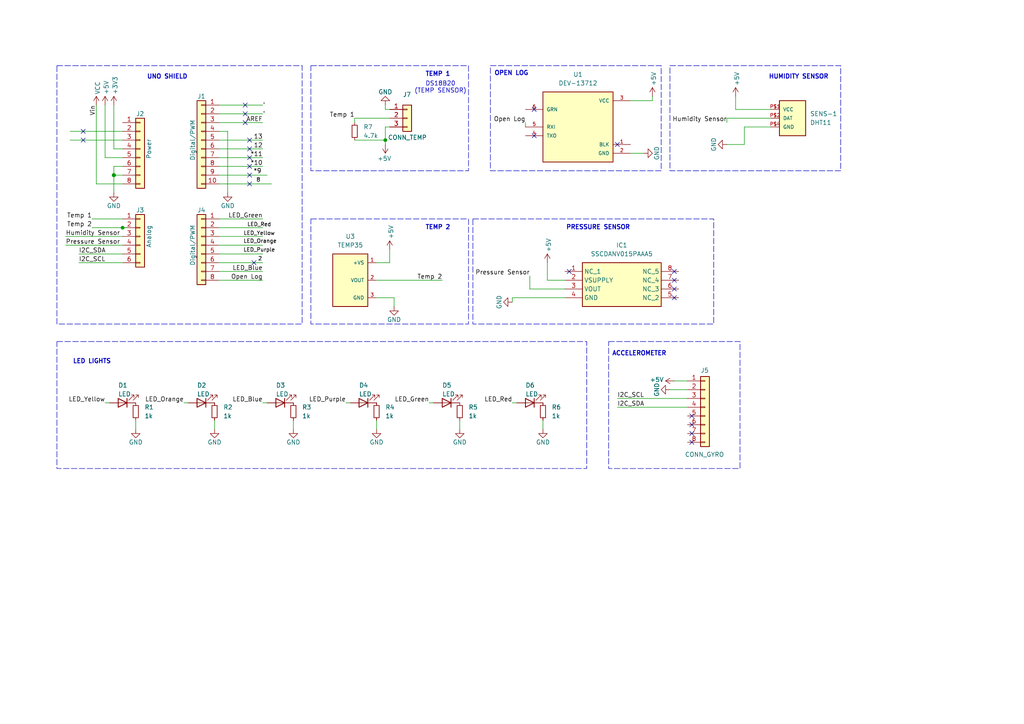
<source format=kicad_sch>
(kicad_sch (version 20231120) (generator "eeschema") (generator_version "8.0")
  (paper "A4")
  (lib_symbols
    (symbol "Connector_Generic:Conn_01x03" (pin_names (offset 1.016) hide)
      (property "Reference" "J" (at 0 5.08 0))
      (property "Value" "Conn_01x03" (at 0 -5.08 0))
      (symbol "Conn_01x03_1_1"
        (rectangle (start -1.27 -2.413) (end 0 -2.667) (stroke (width 0.1524)))
        (rectangle (start -1.27 0.127) (end 0 -0.127) (stroke (width 0.1524)))
        (rectangle (start -1.27 2.667) (end 0 2.413) (stroke (width 0.1524)))
        (rectangle (start -1.27 3.81) (end 1.27 -3.81) (stroke (width 0.254)) (fill (type background)))
        (pin passive line (at -5.08 2.54 0) (length 3.81) (name "Pin_1") (number "1"))
        (pin passive line (at -5.08 0 0) (length 3.81) (name "Pin_2") (number "2"))
        (pin passive line (at -5.08 -2.54 0) (length 3.81) (name "Pin_3") (number "3"))
      )
    )
    (symbol "Connector_Generic:Conn_01x06" (pin_names (offset 1.016) hide)
      (property "Reference" "J" (at 0 7.62 0))
      (property "Value" "Conn_01x06" (at 0 -10.16 0))
      (symbol "Conn_01x06_1_1"
        (rectangle (start -1.27 -7.493) (end 0 -7.747) (stroke (width 0.1524)))
        (rectangle (start -1.27 -4.953) (end 0 -5.207) (stroke (width 0.1524)))
        (rectangle (start -1.27 -2.413) (end 0 -2.667) (stroke (width 0.1524)))
        (rectangle (start -1.27 0.127) (end 0 -0.127) (stroke (width 0.1524)))
        (rectangle (start -1.27 2.667) (end 0 2.413) (stroke (width 0.1524)))
        (rectangle (start -1.27 5.207) (end 0 4.953) (stroke (width 0.1524)))
        (rectangle (start -1.27 6.35) (end 1.27 -8.89) (stroke (width 0.254)) (fill (type background)))
        (pin passive line (at -5.08 5.08 0) (length 3.81) (name "Pin_1") (number "1"))
        (pin passive line (at -5.08 2.54 0) (length 3.81) (name "Pin_2") (number "2"))
        (pin passive line (at -5.08 0 0) (length 3.81) (name "Pin_3") (number "3"))
        (pin passive line (at -5.08 -2.54 0) (length 3.81) (name "Pin_4") (number "4"))
        (pin passive line (at -5.08 -5.08 0) (length 3.81) (name "Pin_5") (number "5"))
        (pin passive line (at -5.08 -7.62 0) (length 3.81) (name "Pin_6") (number "6"))
      )
    )
    (symbol "Connector_Generic:Conn_01x08" (pin_names (offset 1.016) hide)
      (property "Reference" "J" (at 0 10.16 0))
      (property "Value" "Conn_01x08" (at 0 -12.7 0))
      (symbol "Conn_01x08_1_1"
        (rectangle (start -1.27 -10.033) (end 0 -10.287) (stroke (width 0.1524)))
        (rectangle (start -1.27 -7.493) (end 0 -7.747) (stroke (width 0.1524)))
        (rectangle (start -1.27 -4.953) (end 0 -5.207) (stroke (width 0.1524)))
        (rectangle (start -1.27 -2.413) (end 0 -2.667) (stroke (width 0.1524)))
        (rectangle (start -1.27 0.127) (end 0 -0.127) (stroke (width 0.1524)))
        (rectangle (start -1.27 2.667) (end 0 2.413) (stroke (width 0.1524)))
        (rectangle (start -1.27 5.207) (end 0 4.953) (stroke (width 0.1524)))
        (rectangle (start -1.27 7.747) (end 0 7.493) (stroke (width 0.1524)))
        (rectangle (start -1.27 8.89) (end 1.27 -11.43) (stroke (width 0.254)) (fill (type background)))
        (pin passive line (at -5.08 7.62 0) (length 3.81) (name "Pin_1") (number "1"))
        (pin passive line (at -5.08 5.08 0) (length 3.81) (name "Pin_2") (number "2"))
        (pin passive line (at -5.08 2.54 0) (length 3.81) (name "Pin_3") (number "3"))
        (pin passive line (at -5.08 0 0) (length 3.81) (name "Pin_4") (number "4"))
        (pin passive line (at -5.08 -2.54 0) (length 3.81) (name "Pin_5") (number "5"))
        (pin passive line (at -5.08 -5.08 0) (length 3.81) (name "Pin_6") (number "6"))
        (pin passive line (at -5.08 -7.62 0) (length 3.81) (name "Pin_7") (number "7"))
        (pin passive line (at -5.08 -10.16 0) (length 3.81) (name "Pin_8") (number "8"))
      )
    )
    (symbol "Connector_Generic:Conn_01x10" (pin_names (offset 1.016) hide)
      (property "Reference" "J" (at 0 12.7 0))
      (property "Value" "Conn_01x10" (at 0 -15.24 0))
      (symbol "Conn_01x10_1_1"
        (rectangle (start -1.27 -12.573) (end 0 -12.827) (stroke (width 0.1524)))
        (rectangle (start -1.27 -10.033) (end 0 -10.287) (stroke (width 0.1524)))
        (rectangle (start -1.27 -7.493) (end 0 -7.747) (stroke (width 0.1524)))
        (rectangle (start -1.27 -4.953) (end 0 -5.207) (stroke (width 0.1524)))
        (rectangle (start -1.27 -2.413) (end 0 -2.667) (stroke (width 0.1524)))
        (rectangle (start -1.27 0.127) (end 0 -0.127) (stroke (width 0.1524)))
        (rectangle (start -1.27 2.667) (end 0 2.413) (stroke (width 0.1524)))
        (rectangle (start -1.27 5.207) (end 0 4.953) (stroke (width 0.1524)))
        (rectangle (start -1.27 7.747) (end 0 7.493) (stroke (width 0.1524)))
        (rectangle (start -1.27 10.287) (end 0 10.033) (stroke (width 0.1524)))
        (rectangle (start -1.27 11.43) (end 1.27 -13.97) (stroke (width 0.254)) (fill (type background)))
        (pin passive line (at -5.08 10.16 0) (length 3.81) (name "Pin_1") (number "1"))
        (pin passive line (at -5.08 -12.7 0) (length 3.81) (name "Pin_10") (number "10"))
        (pin passive line (at -5.08 7.62 0) (length 3.81) (name "Pin_2") (number "2"))
        (pin passive line (at -5.08 5.08 0) (length 3.81) (name "Pin_3") (number "3"))
        (pin passive line (at -5.08 2.54 0) (length 3.81) (name "Pin_4") (number "4"))
        (pin passive line (at -5.08 0 0) (length 3.81) (name "Pin_5") (number "5"))
        (pin passive line (at -5.08 -2.54 0) (length 3.81) (name "Pin_6") (number "6"))
        (pin passive line (at -5.08 -5.08 0) (length 3.81) (name "Pin_7") (number "7"))
        (pin passive line (at -5.08 -7.62 0) (length 3.81) (name "Pin_8") (number "8"))
        (pin passive line (at -5.08 -10.16 0) (length 3.81) (name "Pin_9") (number "9"))
      )
    )
    (symbol "DEV-13712:DEV-13712" (pin_names (offset 1.016))
      (property "Reference" "U" (at -10.16 10.922 0))
      (property "Value" "DEV-13712" (at -10.16 -12.7 0))
      (symbol "DEV-13712_0_0"
        (rectangle (start -10.16 -10.16) (end 10.16 10.16) (stroke (width 0.254)) (fill (type background)))
        (pin power_in line (at 15.24 -5.08 180) (length 5.08) (name "BLK") (number "1"))
        (pin power_in line (at 15.24 -7.62 180) (length 5.08) (name "GND") (number "2"))
        (pin power_in line (at 15.24 7.62 180) (length 5.08) (name "VCC") (number "3"))
        (pin output line (at -15.24 -2.54 0) (length 5.08) (name "TXO") (number "4"))
        (pin input line (at -15.24 0 0) (length 5.08) (name "RXI") (number "5"))
        (pin input line (at -15.24 5.08 0) (length 5.08) (name "GRN") (number "6"))
      )
    )
    (symbol "DHT11:DHT11" (pin_names (offset 1.016))
      (property "Reference" "SENS-" (at 0 5.842 0))
      (property "Value" "DHT11" (at 0 -7.62 0))
      (symbol "DHT11_0_0"
        (rectangle (start 0 -5.08) (end 7.62 5.08) (stroke (width 0.254)) (fill (type background)))
        (pin bidirectional line (at -2.54 2.54 0) (length 2.54) (name "VCC") (number "P$1"))
        (pin bidirectional line (at -2.54 0 0) (length 2.54) (name "DAT") (number "P$2"))
        (pin bidirectional line (at -2.54 -2.54 0) (length 2.54) (name "GND") (number "P$4"))
      )
    )
    (symbol "Device:LED" (pin_numbers hide) (pin_names (offset 1.016) hide)
      (property "Reference" "D" (at 0 2.54 0))
      (property "Value" "LED" (at 0 -2.54 0))
      (symbol "LED_0_1"
        (polyline (pts (xy -1.27 -1.27) (xy -1.27 1.27)) (stroke (width 0.254)))
        (polyline (pts (xy -1.27 0) (xy 1.27 0)))
        (polyline (pts (xy 1.27 -1.27) (xy 1.27 1.27) (xy -1.27 0) (xy 1.27 -1.27)) (stroke (width 0.254)))
        (polyline (pts (xy -3.048 -0.762) (xy -4.572 -2.286) (xy -3.81 -2.286) (xy -4.572 -2.286) (xy -4.572 -1.524)))
        (polyline (pts (xy -1.778 -0.762) (xy -3.302 -2.286) (xy -2.54 -2.286) (xy -3.302 -2.286) (xy -3.302 -1.524)))
      )
      (symbol "LED_1_1"
        (pin passive line (at -3.81 0 0) (length 2.54) (name "K") (number "1"))
        (pin passive line (at 3.81 0 180) (length 2.54) (name "A") (number "2"))
      )
    )
    (symbol "Device:R_Small" (pin_numbers hide) (pin_names (offset 0.254) hide)
      (property "Reference" "R" (at 0.762 0.508 0))
      (property "Value" "R_Small" (at 0.762 -1.016 0))
      (symbol "R_Small_0_1"
        (rectangle (start -0.762 1.778) (end 0.762 -1.778) (stroke (width 0.2032)))
      )
      (symbol "R_Small_1_1"
        (pin passive line (at 0 2.54 270) (length 0.762) (name "~") (number "1"))
        (pin passive line (at 0 -2.54 90) (length 0.762) (name "~") (number "2"))
      )
    )
    (symbol "SSCDANV015PAAA5:SSCDANV015PAAA5"
      (property "Reference" "IC" (at 29.21 7.62 0))
      (property "Value" "SSCDANV015PAAA5" (at 29.21 5.08 0))
      (symbol "SSCDANV015PAAA5_1_1"
        (rectangle (start 5.08 2.54) (end 27.94 -10.16) (stroke (width 0.254)) (fill (type background)))
        (pin passive line (at 0 0 0) (length 5.08) (name "NC_1") (number "1"))
        (pin passive line (at 0 -2.54 0) (length 5.08) (name "VSUPPLY") (number "2"))
        (pin passive line (at 0 -5.08 0) (length 5.08) (name "VOUT") (number "3"))
        (pin passive line (at 0 -7.62 0) (length 5.08) (name "GND") (number "4"))
        (pin passive line (at 33.02 -7.62 180) (length 5.08) (name "NC_2") (number "5"))
        (pin passive line (at 33.02 -5.08 180) (length 5.08) (name "NC_3") (number "6"))
        (pin passive line (at 33.02 -2.54 180) (length 5.08) (name "NC_4") (number "7"))
        (pin passive line (at 33.02 0 180) (length 5.08) (name "NC_5") (number "8"))
      )
    )
    (symbol "TMP36GT9:TMP36GT9" (pin_names (offset 1.016))
      (property "Reference" "U" (at -5.0829 7.6244 0))
      (property "Value" "TEMP35" (at -5.08 -10.16 0))
      (symbol "TMP36GT9_0_0"
        (rectangle (start -5.08 -7.62) (end 5.08 7.62) (stroke (width 0.254)) (fill (type background)))
        (pin power_in line (at 7.62 5.08 180) (length 2.54) (name "+VS") (number "1"))
        (pin output line (at 7.62 0 180) (length 2.54) (name "VOUT") (number "2"))
        (pin power_in line (at 7.62 -5.08 180) (length 2.54) (name "GND") (number "3"))
      )
    )
    (symbol "power:+3V3" (power) (pin_names (offset 0))
      (property "Value" "+3V3" (at 0 3.556 0))
      (symbol "+3V3_0_1"
        (polyline (pts (xy -0.762 1.27) (xy 0 2.54)))
        (polyline (pts (xy 0 0) (xy 0 2.54)))
        (polyline (pts (xy 0 2.54) (xy 0.762 1.27)))
      )
      (symbol "+3V3_1_1"
        (pin power_in line (at 0 0 90) (length 0) hide (name "+3V3") (number "1"))
      )
    )
    (symbol "power:+5V" (power) (pin_names (offset 0))
      (property "Value" "+5V" (at 0 3.556 0))
      (symbol "+5V_0_1"
        (polyline (pts (xy -0.762 1.27) (xy 0 2.54)))
        (polyline (pts (xy 0 0) (xy 0 2.54)))
        (polyline (pts (xy 0 2.54) (xy 0.762 1.27)))
      )
      (symbol "+5V_1_1"
        (pin power_in line (at 0 0 90) (length 0) hide (name "+5V") (number "1"))
      )
    )
    (symbol "power:GND" (power) (pin_names (offset 0))
      (property "Value" "GND" (at 0 -3.81 0))
      (symbol "GND_0_1"
        (polyline (pts (xy 0 0) (xy 0 -1.27) (xy 1.27 -1.27) (xy 0 -2.54) (xy -1.27 -1.27) (xy 0 -1.27)))
      )
      (symbol "GND_1_1"
        (pin power_in line (at 0 0 270) (length 0) hide (name "GND") (number "1"))
      )
    )
    (symbol "power:VCC" (power) (pin_names (offset 0))
      (property "Value" "VCC" (at 0 3.81 0))
      (symbol "VCC_0_1"
        (polyline (pts (xy -0.762 1.27) (xy 0 2.54)))
        (polyline (pts (xy 0 0) (xy 0 2.54)))
        (polyline (pts (xy 0 2.54) (xy 0.762 1.27)))
      )
      (symbol "VCC_1_1"
        (pin power_in line (at 0 0 90) (length 0) hide (name "VCC") (number "1"))
      )
    )
  )
  (junction (at 111.76 40.64))
  (junction (at 33.02 50.8) (diameter 1.016))
  (junction (at 35.56 66.04))
  (no_connect (at 73.66 76.2))
  (no_connect (at 165.1 78.74))
  (no_connect (at 24.13 38.1))
  (no_connect (at 154.94 31.75))
  (no_connect (at 179.07 41.91))
  (no_connect (at 200.66 125.73))
  (no_connect (at 72.39 45.72))
  (no_connect (at 24.13 40.64))
  (no_connect (at 72.39 53.34))
  (no_connect (at 195.58 78.74))
  (no_connect (at 195.58 81.28))
  (no_connect (at 71.12 35.56))
  (no_connect (at 200.66 128.27))
  (no_connect (at 72.39 43.18))
  (no_connect (at 72.39 50.8))
  (no_connect (at 200.66 120.65))
  (no_connect (at 71.12 30.48))
  (no_connect (at 71.12 33.02))
  (no_connect (at 200.66 123.19))
  (no_connect (at 72.39 40.64))
  (no_connect (at 72.39 48.26))
  (no_connect (at 195.58 86.36))
  (no_connect (at 195.58 83.82))
  (no_connect (at 154.94 39.37))
  (wire (pts (xy 215.9 41.91) (xy 210.82 41.91)))
  (wire (pts (xy 182.88 44.45) (xy 186.69 44.45)))
  (wire (pts (xy 109.22 81.28) (xy 128.27 81.28)))
  (wire (pts (xy 148.59 86.36) (xy 148.59 87.63)))
  (wire (pts (xy 35.56 66.04) (xy 36.83 66.04)))
  (wire (pts (xy 223.52 36.83) (xy 215.9 36.83)))
  (wire (pts (xy 39.37 121.92) (xy 39.37 124.46)))
  (wire (pts (xy 63.5 50.8) (xy 77.47 50.8)))
  (wire (pts (xy 63.5 53.34) (xy 78.74 53.34)))
  (wire (pts (xy 111.76 31.75) (xy 111.76 30.48)))
  (wire (pts (xy 63.5 33.02) (xy 76.2 33.02)))
  (wire (pts (xy 223.52 34.29) (xy 210.82 34.29)))
  (wire (pts (xy 30.48 116.84) (xy 31.75 116.84)))
  (wire (pts (xy 22.86 76.2) (xy 35.56 76.2)))
  (wire (pts (xy 63.5 78.74) (xy 76.2 78.74)))
  (wire (pts (xy 33.02 50.8) (xy 33.02 55.88)))
  (wire (pts (xy 85.09 121.92) (xy 85.09 124.46)))
  (wire (pts (xy 223.52 31.75) (xy 213.36 31.75)))
  (wire (pts (xy 63.5 38.1) (xy 66.04 38.1)))
  (wire (pts (xy 114.3 86.36) (xy 114.3 88.9)))
  (wire (pts (xy 163.83 81.28) (xy 158.75 81.28)))
  (wire (pts (xy 163.83 83.82) (xy 153.67 83.82)))
  (wire (pts (xy 26.67 66.04) (xy 35.56 66.04)))
  (wire (pts (xy 26.67 63.5) (xy 35.56 63.5)))
  (wire (pts (xy 63.5 43.18) (xy 76.2 43.18)))
  (wire (pts (xy 35.56 73.66) (xy 22.86 73.66)))
  (wire (pts (xy 63.5 71.12) (xy 76.2 71.12)))
  (wire (pts (xy 189.23 29.21) (xy 189.23 27.94)))
  (wire (pts (xy 113.03 31.75) (xy 111.76 31.75)))
  (wire (pts (xy 163.83 86.36) (xy 148.59 86.36)))
  (wire (pts (xy 63.5 48.26) (xy 76.2 48.26)))
  (wire (pts (xy 194.31 113.03) (xy 199.39 113.03)))
  (wire (pts (xy 30.48 45.72) (xy 35.56 45.72)))
  (wire (pts (xy 100.33 116.84) (xy 101.6 116.84)))
  (wire (pts (xy 195.58 110.49) (xy 199.39 110.49)))
  (wire (pts (xy 148.59 116.84) (xy 149.86 116.84)))
  (wire (pts (xy 33.02 43.18) (xy 35.56 43.18)))
  (wire (pts (xy 102.87 35.56) (xy 102.87 34.29)))
  (wire (pts (xy 199.39 118.11) (xy 179.07 118.11)))
  (wire (pts (xy 213.36 31.75) (xy 213.36 27.94)))
  (wire (pts (xy 63.5 81.28) (xy 76.2 81.28)))
  (wire (pts (xy 133.35 121.92) (xy 133.35 124.46)))
  (wire (pts (xy 153.67 83.82) (xy 153.67 80.01)))
  (wire (pts (xy 109.22 76.2) (xy 113.03 76.2)))
  (wire (pts (xy 111.76 36.83) (xy 111.76 40.64)))
  (wire (pts (xy 63.5 35.56) (xy 76.2 35.56)))
  (wire (pts (xy 63.5 45.72) (xy 76.2 45.72)))
  (wire (pts (xy 33.02 30.48) (xy 33.02 43.18)))
  (wire (pts (xy 102.87 40.64) (xy 111.76 40.64)))
  (wire (pts (xy 20.32 40.64) (xy 35.56 40.64)))
  (wire (pts (xy 35.56 53.34) (xy 27.94 53.34)))
  (wire (pts (xy 76.2 116.84) (xy 77.47 116.84)))
  (wire (pts (xy 215.9 36.83) (xy 215.9 41.91)))
  (wire (pts (xy 63.5 30.48) (xy 76.2 30.48)))
  (wire (pts (xy 35.56 50.8) (xy 33.02 50.8)))
  (wire (pts (xy 102.87 34.29) (xy 113.03 34.29)))
  (wire (pts (xy 158.75 76.2) (xy 158.75 81.28)))
  (wire (pts (xy 35.56 48.26) (xy 33.02 48.26)))
  (wire (pts (xy 113.03 72.39) (xy 113.03 76.2)))
  (wire (pts (xy 63.5 40.64) (xy 76.2 40.64)))
  (wire (pts (xy 109.22 86.36) (xy 114.3 86.36)))
  (wire (pts (xy 35.56 68.58) (xy 19.05 68.58)))
  (wire (pts (xy 109.22 121.92) (xy 109.22 124.46)))
  (wire (pts (xy 152.4 35.56) (xy 152.4 36.83)))
  (wire (pts (xy 53.34 116.84) (xy 54.61 116.84)))
  (wire (pts (xy 63.5 73.66) (xy 76.2 73.66)))
  (wire (pts (xy 210.82 34.29) (xy 210.82 35.56)))
  (wire (pts (xy 20.32 38.1) (xy 35.56 38.1)))
  (wire (pts (xy 63.5 66.04) (xy 76.2 66.04)))
  (wire (pts (xy 33.02 48.26) (xy 33.02 50.8)))
  (wire (pts (xy 63.5 68.58) (xy 76.2 68.58)))
  (wire (pts (xy 157.48 121.92) (xy 157.48 124.46)))
  (wire (pts (xy 27.94 53.34) (xy 27.94 30.48)))
  (wire (pts (xy 182.88 29.21) (xy 189.23 29.21)))
  (wire (pts (xy 30.48 30.48) (xy 30.48 45.72)))
  (wire (pts (xy 179.07 115.57) (xy 199.39 115.57)))
  (wire (pts (xy 66.04 38.1) (xy 66.04 55.88)))
  (wire (pts (xy 124.46 116.84) (xy 125.73 116.84)))
  (wire (pts (xy 63.5 76.2) (xy 76.2 76.2)))
  (wire (pts (xy 111.76 40.64) (xy 111.76 41.91)))
  (wire (pts (xy 19.05 71.12) (xy 35.56 71.12)))
  (wire (pts (xy 62.23 121.92) (xy 62.23 124.46)))
  (wire (pts (xy 63.5 63.5) (xy 76.2 63.5)))
  (wire (pts (xy 113.03 36.83) (xy 111.76 36.83)))
  (rectangle (start 16.51 19.05) (end 87.63 93.98) (stroke (width 0) (type dash)))
  (rectangle (start 142.24 19.05) (end 191.77 49.53) (stroke (width 0) (type dash)))
  (rectangle (start 137.16 63.5) (end 207.01 93.98) (stroke (width 0) (type dash)))
  (rectangle (start 90.17 19.05) (end 135.89 49.53) (stroke (width 0) (type dash)))
  (rectangle (start 16.51 99.06) (end 170.18 135.89) (stroke (width 0) (type dash)))
  (rectangle (start 176.53 99.06) (end 214.63 135.89) (stroke (width 0) (type dash)))
  (rectangle (start 243.84 41.91) (end 243.84 41.91))
  (rectangle (start 90.17 63.5) (end 135.89 93.98) (stroke (width 0) (type dash)))
  (rectangle (start 194.31 19.05) (end 243.84 49.53) (stroke (width 0) (type dash)))
  (text "UNO SHIELD" (at 48.514 22.352 0) (effects (font (size 1.27 1.27) (thickness 0.254) (bold yes))))
  (text "LED_Purple" (at 75.184 72.644 0) (effects (font (size 1.0922 1.0922) (thickness 0.1588))))
  (text "ACCELEROMETER" (at 185.42 102.616 0) (effects (font (size 1.27 1.27) (thickness 0.254) (bold yes))))
  (text "*9" (at 74.676 49.784 0) (effects (font (size 1.27 1.27) (thickness 0.1588))))
  (text "TEMP 1\n" (at 127 21.59 0) (effects (font (size 1.27 1.27) (thickness 0.254) (bold yes))))
  (text "2" (at 75.438 75.184 0) (effects (font (size 1.0922 1.0922) (thickness 0.1588))))
  (text "8" (at 74.93 52.324 0) (effects (font (size 1.143 1.143))))
  (text "LED_Yellow" (at 75.184 67.818 0) (effects (font (size 1.0922 1.0922) (thickness 0.1588))))
  (text "TEMP 2\n" (at 127 66.04 0) (effects (font (size 1.27 1.27) (thickness 0.254) (bold yes))))
  (text "PRESSURE SENSOR" (at 173.482 66.04 0) (effects (font (size 1.27 1.27) (thickness 0.254) (bold yes))))
  (text "HUMIDITY SENSOR" (at 231.648 22.352 0) (effects (font (size 1.27 1.27) (thickness 0.254) (bold yes))))
  (text "LED_Orange" (at 75.438 70.104 0) (effects (font (size 1.0922 1.0922) (thickness 0.1588))))
  (text "LED LIGHTS" (at 26.67 104.902 0) (effects (font (size 1.27 1.27) (thickness 0.254) (bold yes))))
  (text "OPEN LOG" (at 148.336 21.336 0) (effects (font (size 1.27 1.27) (thickness 0.254) (bold yes))))
  (text "DS18B20\n(TEMP SENSOR)" (at 127.762 25.4 0) (effects (font (size 1.27 1.27))))
  (text "LED_Red" (at 75.184 65.278 0) (effects (font (size 1.0922 1.0922) (thickness 0.1588))))
  (label "*11" (at 76.2 45.72 180))
  (label "13" (at 76.2 40.64 180))
  (label "Temp 1" (at 26.67 63.5 180))
  (label "I2C_SDA" (at 22.86 73.66 0))
  (label "I2C_SDA" (at 179.07 118.11 0))
  (label "I2C_SCL" (at 179.07 115.57 0))
  (label "Humidity Sensor" (at 210.82 35.56 180))
  (label "LED_Green" (at 76.2 63.5 180))
  (label "Temp 1" (at 102.87 34.29 180))
  (label "*10" (at 76.2 48.26 180))
  (label "AREF" (at 76.2 35.56 180))
  (label "Humidity Sensor" (at 19.05 68.58 0))
  (label "Temp 2" (at 128.27 81.28 180))
  (label "LED_Purple" (at 100.33 116.84 180))
  (label "Vin" (at 27.94 30.48 270))
  (label "LED_Red" (at 148.59 116.84 180))
  (label "Temp 2" (at 26.67 66.04 180))
  (label "LED_Green" (at 124.46 116.84 180))
  (label "Pressure Sensor" (at 19.05 71.12 0))
  (label "12" (at 76.2 43.18 180))
  (label "LED_Blue" (at 76.2 78.74 180))
  (label "Open Log" (at 76.2 81.28 180))
  (label "Open Log" (at 152.4 35.56 180))
  (label "." (at 76.2 30.48 0))
  (label "I2C_SCL" (at 22.86 76.2 0))
  (label "LED_Orange" (at 53.34 116.84 180))
  (label "Pressure Sensor" (at 153.67 80.01 180))
  (label "LED_Yellow" (at 30.48 116.84 180))
  (label "LED_Blue" (at 76.2 116.84 180))
  (label "." (at 76.2 33.02 0))
  (symbol (lib_id "power:GND") (at 157.48 124.46 0) (unit 1)
    (property "Reference" "#PWR015" (effects (hide yes)))
    (property "Value" "GND" (at 157.48 128.27 0))
  )
  (symbol (lib_id "Device:LED") (at 58.42 116.84 180) (unit 1)
    (property "Reference" "D2" (at 57.15 111.76 0) (effects (justify right)))
    (property "Value" "LED" (at 57.15 114.3 0) (effects (justify right)))
    (property "Footprint" "LED_THT:LED_D5.0mm" (effects (hide yes)))
    (property "Description" "Light emitting diode" (effects (hide yes)))
  )
  (symbol (lib_id "power:GND") (at 66.04 55.88 0) (unit 1)
    (property "Reference" "#PWR07" (effects (hide yes)))
    (property "Value" "GND" (at 66.04 59.69 0))
  )
  (symbol (lib_id "Device:R_Small") (at 109.22 119.38 0) (unit 1)
    (property "Reference" "R4" (at 111.76 118.1099 0) (effects (justify left)))
    (property "Value" "1k" (at 111.76 120.6499 0) (effects (justify left)))
    (property "Footprint" "Resistor_THT:R_Axial_DIN0411_L9.9mm_D3.6mm_P15.24mm_Horizontal" (effects (hide yes)))
    (property "Description" "Resistor, small symbol" (effects (hide yes)))
  )
  (symbol (lib_id "Device:LED") (at 153.67 116.84 180) (unit 1)
    (property "Reference" "D6" (at 152.4 111.76 0) (effects (justify right)))
    (property "Value" "LED" (at 152.4 114.3 0) (effects (justify right)))
    (property "Footprint" "LED_THT:LED_D5.0mm" (effects (hide yes)))
    (property "Description" "Light emitting diode" (effects (hide yes)))
  )
  (symbol (lib_id "power:GND") (at 186.69 44.45 90) (unit 1)
    (property "Reference" "#PWR021" (effects (hide yes)))
    (property "Value" "GND" (at 190.5 44.45 0))
  )
  (symbol (lib_id "power:+5V") (at 195.58 110.49 90) (unit 1)
    (property "Reference" "#PWR016" (effects (hide yes)))
    (property "Value" "+5V" (at 192.532 110.1344 90) (effects (justify left)))
  )
  (symbol (lib_id "TMP36GT9:TMP36GT9") (at 101.6 81.28 0) (unit 1)
    (property "Reference" "U3" (at 101.6 68.58 0))
    (property "Value" "TEMP35" (at 101.6 71.12 0))
    (property "Footprint" "Sensor:XDCR_TMP36GT9" (effects (hide yes)))
  )
  (symbol (lib_id "power:+5V") (at 213.36 27.94 0) (unit 1)
    (property "Reference" "#PWR018" (effects (hide yes)))
    (property "Value" "+5V" (at 213.7156 24.892 90) (effects (justify left)))
  )
  (symbol (lib_id "Device:R_Small") (at 102.87 38.1 0) (unit 1)
    (property "Reference" "R7" (at 105.41 36.8299 0) (effects (justify left)))
    (property "Value" "4.7k" (at 105.41 39.3699 0) (effects (justify left)))
    (property "Footprint" "Resistor_THT:R_Axial_DIN0411_L9.9mm_D3.6mm_P15.24mm_Horizontal" (effects (hide yes)))
    (property "Description" "Resistor, small symbol" (effects (hide yes)))
  )
  (symbol (lib_id "power:+5V") (at 111.76 41.91 180) (unit 1)
    (property "Reference" "#PWR024" (effects (hide yes)))
    (property "Value" "+5V" (at 113.538 45.974 0) (effects (justify left)))
  )
  (symbol (lib_id "Connector_Generic:Conn_01x08") (at 40.64 43.18 0) (unit 1)
    (property "Reference" "J2" (at 40.64 33.02 0))
    (property "Value" "Power" (at 43.18 43.18 90))
    (property "Footprint" "Connector_PinSocket_2.54mm:PinSocket_1x08_P2.54mm_Vertical" (effects (hide yes)))
  )
  (symbol (lib_id "power:GND") (at 114.3 88.9 0) (unit 1)
    (property "Reference" "#PWR09" (effects (hide yes)))
    (property "Value" "GND" (at 114.3 92.71 0))
  )
  (symbol (lib_id "Device:LED") (at 81.28 116.84 180) (unit 1)
    (property "Reference" "D3" (at 80.01 111.76 0) (effects (justify right)))
    (property "Value" "LED" (at 80.01 114.3 0) (effects (justify right)))
    (property "Footprint" "LED_THT:LED_D5.0mm" (effects (hide yes)))
    (property "Description" "Light emitting diode" (effects (hide yes)))
  )
  (symbol (lib_id "power:GND") (at 148.59 87.63 270) (unit 1)
    (property "Reference" "#PWR01" (effects (hide yes)))
    (property "Value" "GND" (at 144.78 87.63 0))
  )
  (symbol (lib_id "power:GND") (at 62.23 124.46 0) (unit 1)
    (property "Reference" "#PWR011" (effects (hide yes)))
    (property "Value" "GND" (at 62.23 128.27 0))
  )
  (symbol (lib_id "power:GND") (at 111.76 30.48 180) (unit 1)
    (property "Reference" "#PWR023" (effects (hide yes)))
    (property "Value" "GND" (at 111.76 26.67 0))
  )
  (symbol (lib_id "power:+5V") (at 30.48 30.48 0) (unit 1)
    (property "Reference" "#PWR03" (effects (hide yes)))
    (property "Value" "+5V" (at 30.8356 27.432 90) (effects (justify left)))
  )
  (symbol (lib_id "power:GND") (at 85.09 124.46 0) (unit 1)
    (property "Reference" "#PWR012" (effects (hide yes)))
    (property "Value" "GND" (at 85.09 128.27 0))
  )
  (symbol (lib_id "Device:LED") (at 105.41 116.84 180) (unit 1)
    (property "Reference" "D4" (at 104.14 111.76 0) (effects (justify right)))
    (property "Value" "LED" (at 104.14 114.3 0) (effects (justify right)))
    (property "Footprint" "LED_THT:LED_D5.0mm" (effects (hide yes)))
    (property "Description" "Light emitting diode" (effects (hide yes)))
  )
  (symbol (lib_id "Device:LED") (at 129.54 116.84 180) (unit 1)
    (property "Reference" "D5" (at 128.27 111.76 0) (effects (justify right)))
    (property "Value" "LED" (at 128.27 114.3 0) (effects (justify right)))
    (property "Footprint" "LED_THT:LED_D5.0mm" (effects (hide yes)))
    (property "Description" "Light emitting diode" (effects (hide yes)))
  )
  (symbol (lib_id "Device:R_Small") (at 85.09 119.38 0) (unit 1)
    (property "Reference" "R3" (at 87.63 118.1099 0) (effects (justify left)))
    (property "Value" "1k" (at 87.63 120.6499 0) (effects (justify left)))
    (property "Footprint" "Resistor_THT:R_Axial_DIN0411_L9.9mm_D3.6mm_P15.24mm_Horizontal" (effects (hide yes)))
    (property "Description" "Resistor, small symbol" (effects (hide yes)))
  )
  (symbol (lib_id "Connector_Generic:Conn_01x10") (at 58.42 40.64 0) (mirror y) (unit 1)
    (property "Reference" "J1" (at 58.42 27.94 0))
    (property "Value" "Digital/PWM" (at 55.88 40.64 90))
    (property "Footprint" "Connector_PinSocket_2.54mm:PinSocket_1x10_P2.54mm_Vertical" (effects (hide yes)))
  )
  (symbol (lib_id "Device:R_Small") (at 62.23 119.38 0) (unit 1)
    (property "Reference" "R2" (at 64.77 118.1099 0) (effects (justify left)))
    (property "Value" "1k" (at 64.77 120.6499 0) (effects (justify left)))
    (property "Footprint" "Resistor_THT:R_Axial_DIN0411_L9.9mm_D3.6mm_P15.24mm_Horizontal" (effects (hide yes)))
    (property "Description" "Resistor, small symbol" (effects (hide yes)))
  )
  (symbol (lib_id "DHT11:DHT11") (at 226.06 34.29 0) (unit 1)
    (property "Reference" "SENS-1" (at 234.95 33.0199 0) (effects (justify left)))
    (property "Value" "DHT11" (at 234.95 35.5599 0) (effects (justify left)))
    (property "Footprint" "Sensor_Humidity:SENSOR-DHT11" (effects (hide yes)))
  )
  (symbol (lib_id "power:+5V") (at 189.23 27.94 0) (unit 1)
    (property "Reference" "#PWR020" (effects (hide yes)))
    (property "Value" "+5V" (at 189.5856 24.892 90) (effects (justify left)))
  )
  (symbol (lib_id "Connector_Generic:Conn_01x03") (at 118.11 34.29 0) (unit 1)
    (property "Reference" "J7" (at 116.84 27.432 0) (effects (justify left)))
    (property "Value" "CONN_TEMP" (at 112.522 39.878 0) (effects (justify left)))
    (property "Footprint" "Connector_JST:JST_XH_B3B-XH-A_1x03_P2.50mm_Vertical" (effects (hide yes)))
    (property "Description" "Generic connector, single row, 01x03, script generated (kicad-library-utils/schlib/autogen/connector/)" (effects (hide yes)))
  )
  (symbol (lib_id "Device:LED") (at 35.56 116.84 180) (unit 1)
    (property "Reference" "D1" (at 34.29 111.76 0) (effects (justify right)))
    (property "Value" "LED" (at 34.29 114.3 0) (effects (justify right)))
    (property "Footprint" "LED_THT:LED_D5.0mm" (effects (hide yes)))
    (property "Description" "Light emitting diode" (effects (hide yes)))
  )
  (symbol (lib_id "SSCDANV015PAAA5:SSCDANV015PAAA5") (at 163.83 78.74 0) (unit 1)
    (property "Reference" "IC1" (at 180.34 71.12 0))
    (property "Value" "SSCDANV015PAAA5" (at 180.34 73.66 0))
    (property "Footprint" "SSCDANV015PAAA5" (effects (hide yes)))
    (property "Datasheet" "https://www.mouser.ch/datasheet/2/187/honeywell-sensing-trustability-ssc-series-standard-1095240.pdf" (effects (hide yes)))
    (property "Height" "13.75" (effects (hide yes)))
    (property "Mouser Part Number" "785-SSCDANV015PAAA5" (effects (hide yes)))
    (property "Mouser Price/Stock" "https://www.mouser.co.uk/ProductDetail/Honeywell/SSCDANV015PAAA5?qs=OTrKUuiFdkZ410fBEb90Wg%3D%3D" (effects (hide yes)))
    (property "Manufacturer_Name" "Honeywell" (effects (hide yes)))
    (property "Manufacturer_Part_Number" "SSCDANV015PAAA5" (effects (hide yes)))
  )
  (symbol (lib_id "DEV-13712:DEV-13712") (at 167.64 36.83 0) (unit 1)
    (property "Reference" "U1" (at 167.64 21.59 0))
    (property "Value" "DEV-13712" (at 167.64 24.13 0))
    (property "Footprint" "DEV-13712:MODULE_DEV-13712" (effects (hide yes)))
  )
  (symbol (lib_id "Connector_Generic:Conn_01x08") (at 58.42 71.12 0) (mirror y) (unit 1)
    (property "Reference" "J4" (at 58.42 60.96 0))
    (property "Value" "Digital/PWM" (at 55.88 71.12 90))
    (property "Footprint" "Connector_PinSocket_2.54mm:PinSocket_1x08_P2.54mm_Vertical" (effects (hide yes)))
  )
  (symbol (lib_id "power:GND") (at 194.31 113.03 270) (unit 1)
    (property "Reference" "#PWR017" (effects (hide yes)))
    (property "Value" "GND" (at 190.5 113.03 0))
  )
  (symbol (lib_id "power:+3V3") (at 33.02 30.48 0) (unit 1)
    (property "Reference" "#PWR04" (effects (hide yes)))
    (property "Value" "+3V3" (at 33.401 27.432 90) (effects (justify left)))
  )
  (symbol (lib_id "Connector_Generic:Conn_01x08") (at 204.47 118.11 0) (unit 1)
    (property "Reference" "J5" (at 203.2 107.442 0) (effects (justify left)))
    (property "Value" "CONN_GYRO" (at 198.628 131.826 0) (effects (justify left)))
    (property "Footprint" "Connector_PinSocket_2.54mm:PinSocket_1x08_P2.54mm_Vertical" (effects (hide yes)))
    (property "Description" "Generic connector, single row, 01x08, script generated (kicad-library-utils/schlib/autogen/connector/)" (effects (hide yes)))
  )
  (symbol (lib_id "power:GND") (at 210.82 41.91 270) (unit 1)
    (property "Reference" "#PWR019" (effects (hide yes)))
    (property "Value" "GND" (at 207.01 41.91 0))
  )
  (symbol (lib_id "Connector_Generic:Conn_01x06") (at 40.64 68.58 0) (unit 1)
    (property "Reference" "J3" (at 40.64 60.96 0))
    (property "Value" "Analog" (at 43.18 68.58 90))
    (property "Footprint" "Connector_PinSocket_2.54mm:PinSocket_1x06_P2.54mm_Vertical" (effects (hide yes)))
  )
  (symbol (lib_id "power:+5V") (at 113.03 72.39 0) (unit 1)
    (property "Reference" "#PWR08" (effects (hide yes)))
    (property "Value" "+5V" (at 113.3856 69.342 90) (effects (justify left)))
  )
  (symbol (lib_id "power:+5V") (at 158.75 76.2 0) (unit 1)
    (property "Reference" "#PWR05" (effects (hide yes)))
    (property "Value" "+5V" (at 159.1056 73.152 90) (effects (justify left)))
  )
  (symbol (lib_id "power:GND") (at 133.35 124.46 0) (unit 1)
    (property "Reference" "#PWR014" (effects (hide yes)))
    (property "Value" "GND" (at 133.35 128.27 0))
  )
  (symbol (lib_id "power:GND") (at 39.37 124.46 0) (unit 1)
    (property "Reference" "#PWR010" (effects (hide yes)))
    (property "Value" "GND" (at 39.37 128.27 0))
  )
  (symbol (lib_id "Device:R_Small") (at 133.35 119.38 0) (unit 1)
    (property "Reference" "R5" (at 135.89 118.1099 0) (effects (justify left)))
    (property "Value" "1k" (at 135.89 120.6499 0) (effects (justify left)))
    (property "Footprint" "Resistor_THT:R_Axial_DIN0411_L9.9mm_D3.6mm_P15.24mm_Horizontal" (effects (hide yes)))
    (property "Description" "Resistor, small symbol" (effects (hide yes)))
  )
  (symbol (lib_id "power:GND") (at 109.22 124.46 0) (unit 1)
    (property "Reference" "#PWR013" (effects (hide yes)))
    (property "Value" "GND" (at 109.22 128.27 0))
  )
  (symbol (lib_id "Device:R_Small") (at 39.37 119.38 0) (unit 1)
    (property "Reference" "R1" (at 41.91 118.1099 0) (effects (justify left)))
    (property "Value" "1k" (at 41.91 120.6499 0) (effects (justify left)))
    (property "Footprint" "Resistor_THT:R_Axial_DIN0411_L9.9mm_D3.6mm_P15.24mm_Horizontal" (effects (hide yes)))
    (property "Description" "Resistor, small symbol" (effects (hide yes)))
  )
  (symbol (lib_id "Device:R_Small") (at 157.48 119.38 0) (unit 1)
    (property "Reference" "R6" (at 160.02 118.1099 0) (effects (justify left)))
    (property "Value" "1k" (at 160.02 120.6499 0) (effects (justify left)))
    (property "Footprint" "Resistor_THT:R_Axial_DIN0411_L9.9mm_D3.6mm_P15.24mm_Horizontal" (effects (hide yes)))
    (property "Description" "Resistor, small symbol" (effects (hide yes)))
  )
  (symbol (lib_id "power:VCC") (at 27.94 30.48 0) (unit 1)
    (property "Reference" "#PWR02" (effects (hide yes)))
    (property "Value" "VCC" (at 28.321 27.432 90) (effects (justify left)))
  )
  (symbol (lib_id "power:GND") (at 33.02 55.88 0) (unit 1)
    (property "Reference" "#PWR06" (effects (hide yes)))
    (property "Value" "GND" (at 33.02 59.69 0))
  )
)
</source>
